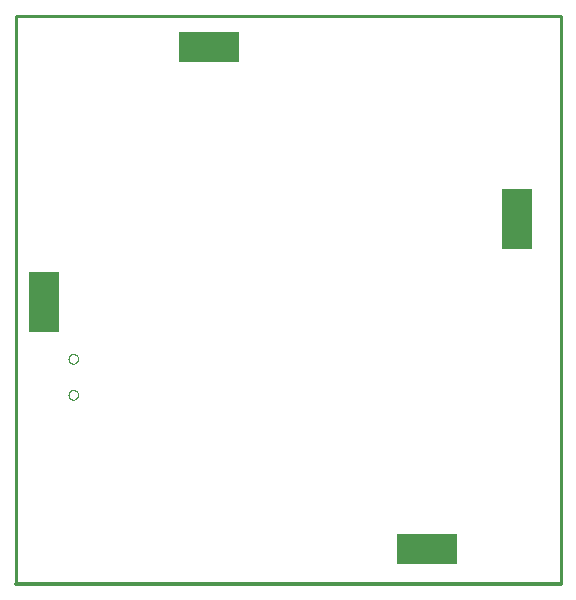
<source format=gbp>
G75*
%MOIN*%
%OFA0B0*%
%FSLAX25Y25*%
%IPPOS*%
%LPD*%
%AMOC8*
5,1,8,0,0,1.08239X$1,22.5*
%
%ADD10C,0.01000*%
%ADD11C,0.01200*%
%ADD12R,0.20000X0.10000*%
%ADD13R,0.10000X0.20000*%
%ADD14C,0.00000*%
D10*
X0001600Y0001600D02*
X0001600Y0190950D01*
X0183450Y0190950D01*
X0183450Y0001600D01*
D11*
X0001600Y0001600D01*
D12*
X0138726Y0013116D03*
X0066226Y0180616D03*
D13*
X0011226Y0095616D03*
X0168726Y0123116D03*
D14*
X0019252Y0076616D02*
X0019254Y0076696D01*
X0019260Y0076775D01*
X0019270Y0076854D01*
X0019284Y0076933D01*
X0019301Y0077011D01*
X0019323Y0077088D01*
X0019348Y0077163D01*
X0019378Y0077237D01*
X0019410Y0077310D01*
X0019447Y0077381D01*
X0019487Y0077450D01*
X0019530Y0077517D01*
X0019577Y0077582D01*
X0019626Y0077644D01*
X0019679Y0077704D01*
X0019735Y0077761D01*
X0019793Y0077816D01*
X0019854Y0077867D01*
X0019918Y0077915D01*
X0019984Y0077960D01*
X0020052Y0078002D01*
X0020122Y0078040D01*
X0020194Y0078074D01*
X0020267Y0078105D01*
X0020342Y0078133D01*
X0020419Y0078156D01*
X0020496Y0078176D01*
X0020574Y0078192D01*
X0020653Y0078204D01*
X0020732Y0078212D01*
X0020812Y0078216D01*
X0020892Y0078216D01*
X0020972Y0078212D01*
X0021051Y0078204D01*
X0021130Y0078192D01*
X0021208Y0078176D01*
X0021285Y0078156D01*
X0021362Y0078133D01*
X0021437Y0078105D01*
X0021510Y0078074D01*
X0021582Y0078040D01*
X0021652Y0078002D01*
X0021720Y0077960D01*
X0021786Y0077915D01*
X0021850Y0077867D01*
X0021911Y0077816D01*
X0021969Y0077761D01*
X0022025Y0077704D01*
X0022078Y0077644D01*
X0022127Y0077582D01*
X0022174Y0077517D01*
X0022217Y0077450D01*
X0022257Y0077381D01*
X0022294Y0077310D01*
X0022326Y0077237D01*
X0022356Y0077163D01*
X0022381Y0077088D01*
X0022403Y0077011D01*
X0022420Y0076933D01*
X0022434Y0076854D01*
X0022444Y0076775D01*
X0022450Y0076696D01*
X0022452Y0076616D01*
X0022450Y0076536D01*
X0022444Y0076457D01*
X0022434Y0076378D01*
X0022420Y0076299D01*
X0022403Y0076221D01*
X0022381Y0076144D01*
X0022356Y0076069D01*
X0022326Y0075995D01*
X0022294Y0075922D01*
X0022257Y0075851D01*
X0022217Y0075782D01*
X0022174Y0075715D01*
X0022127Y0075650D01*
X0022078Y0075588D01*
X0022025Y0075528D01*
X0021969Y0075471D01*
X0021911Y0075416D01*
X0021850Y0075365D01*
X0021786Y0075317D01*
X0021720Y0075272D01*
X0021652Y0075230D01*
X0021582Y0075192D01*
X0021510Y0075158D01*
X0021437Y0075127D01*
X0021362Y0075099D01*
X0021285Y0075076D01*
X0021208Y0075056D01*
X0021130Y0075040D01*
X0021051Y0075028D01*
X0020972Y0075020D01*
X0020892Y0075016D01*
X0020812Y0075016D01*
X0020732Y0075020D01*
X0020653Y0075028D01*
X0020574Y0075040D01*
X0020496Y0075056D01*
X0020419Y0075076D01*
X0020342Y0075099D01*
X0020267Y0075127D01*
X0020194Y0075158D01*
X0020122Y0075192D01*
X0020052Y0075230D01*
X0019984Y0075272D01*
X0019918Y0075317D01*
X0019854Y0075365D01*
X0019793Y0075416D01*
X0019735Y0075471D01*
X0019679Y0075528D01*
X0019626Y0075588D01*
X0019577Y0075650D01*
X0019530Y0075715D01*
X0019487Y0075782D01*
X0019447Y0075851D01*
X0019410Y0075922D01*
X0019378Y0075995D01*
X0019348Y0076069D01*
X0019323Y0076144D01*
X0019301Y0076221D01*
X0019284Y0076299D01*
X0019270Y0076378D01*
X0019260Y0076457D01*
X0019254Y0076536D01*
X0019252Y0076616D01*
X0019252Y0064616D02*
X0019254Y0064696D01*
X0019260Y0064775D01*
X0019270Y0064854D01*
X0019284Y0064933D01*
X0019301Y0065011D01*
X0019323Y0065088D01*
X0019348Y0065163D01*
X0019378Y0065237D01*
X0019410Y0065310D01*
X0019447Y0065381D01*
X0019487Y0065450D01*
X0019530Y0065517D01*
X0019577Y0065582D01*
X0019626Y0065644D01*
X0019679Y0065704D01*
X0019735Y0065761D01*
X0019793Y0065816D01*
X0019854Y0065867D01*
X0019918Y0065915D01*
X0019984Y0065960D01*
X0020052Y0066002D01*
X0020122Y0066040D01*
X0020194Y0066074D01*
X0020267Y0066105D01*
X0020342Y0066133D01*
X0020419Y0066156D01*
X0020496Y0066176D01*
X0020574Y0066192D01*
X0020653Y0066204D01*
X0020732Y0066212D01*
X0020812Y0066216D01*
X0020892Y0066216D01*
X0020972Y0066212D01*
X0021051Y0066204D01*
X0021130Y0066192D01*
X0021208Y0066176D01*
X0021285Y0066156D01*
X0021362Y0066133D01*
X0021437Y0066105D01*
X0021510Y0066074D01*
X0021582Y0066040D01*
X0021652Y0066002D01*
X0021720Y0065960D01*
X0021786Y0065915D01*
X0021850Y0065867D01*
X0021911Y0065816D01*
X0021969Y0065761D01*
X0022025Y0065704D01*
X0022078Y0065644D01*
X0022127Y0065582D01*
X0022174Y0065517D01*
X0022217Y0065450D01*
X0022257Y0065381D01*
X0022294Y0065310D01*
X0022326Y0065237D01*
X0022356Y0065163D01*
X0022381Y0065088D01*
X0022403Y0065011D01*
X0022420Y0064933D01*
X0022434Y0064854D01*
X0022444Y0064775D01*
X0022450Y0064696D01*
X0022452Y0064616D01*
X0022450Y0064536D01*
X0022444Y0064457D01*
X0022434Y0064378D01*
X0022420Y0064299D01*
X0022403Y0064221D01*
X0022381Y0064144D01*
X0022356Y0064069D01*
X0022326Y0063995D01*
X0022294Y0063922D01*
X0022257Y0063851D01*
X0022217Y0063782D01*
X0022174Y0063715D01*
X0022127Y0063650D01*
X0022078Y0063588D01*
X0022025Y0063528D01*
X0021969Y0063471D01*
X0021911Y0063416D01*
X0021850Y0063365D01*
X0021786Y0063317D01*
X0021720Y0063272D01*
X0021652Y0063230D01*
X0021582Y0063192D01*
X0021510Y0063158D01*
X0021437Y0063127D01*
X0021362Y0063099D01*
X0021285Y0063076D01*
X0021208Y0063056D01*
X0021130Y0063040D01*
X0021051Y0063028D01*
X0020972Y0063020D01*
X0020892Y0063016D01*
X0020812Y0063016D01*
X0020732Y0063020D01*
X0020653Y0063028D01*
X0020574Y0063040D01*
X0020496Y0063056D01*
X0020419Y0063076D01*
X0020342Y0063099D01*
X0020267Y0063127D01*
X0020194Y0063158D01*
X0020122Y0063192D01*
X0020052Y0063230D01*
X0019984Y0063272D01*
X0019918Y0063317D01*
X0019854Y0063365D01*
X0019793Y0063416D01*
X0019735Y0063471D01*
X0019679Y0063528D01*
X0019626Y0063588D01*
X0019577Y0063650D01*
X0019530Y0063715D01*
X0019487Y0063782D01*
X0019447Y0063851D01*
X0019410Y0063922D01*
X0019378Y0063995D01*
X0019348Y0064069D01*
X0019323Y0064144D01*
X0019301Y0064221D01*
X0019284Y0064299D01*
X0019270Y0064378D01*
X0019260Y0064457D01*
X0019254Y0064536D01*
X0019252Y0064616D01*
M02*

</source>
